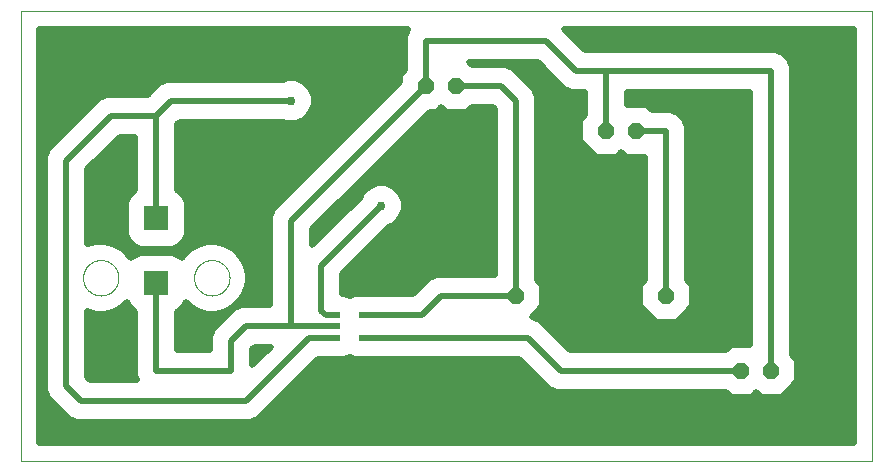
<source format=gtl>
G75*
%MOIN*%
%OFA0B0*%
%FSLAX25Y25*%
%IPPOS*%
%LPD*%
%AMOC8*
5,1,8,0,0,1.08239X$1,22.5*
%
%ADD10C,0.00000*%
%ADD11OC8,0.05200*%
%ADD12R,0.04331X0.02362*%
%ADD13R,0.08268X0.08268*%
%ADD14C,0.02000*%
%ADD15C,0.02978*%
D10*
X0001000Y0001000D02*
X0001000Y0150961D01*
X0284701Y0150961D01*
X0284701Y0001000D01*
X0001000Y0001000D01*
X0021590Y0061984D02*
X0021592Y0062137D01*
X0021598Y0062291D01*
X0021608Y0062444D01*
X0021622Y0062596D01*
X0021640Y0062749D01*
X0021662Y0062900D01*
X0021687Y0063051D01*
X0021717Y0063202D01*
X0021751Y0063352D01*
X0021788Y0063500D01*
X0021829Y0063648D01*
X0021874Y0063794D01*
X0021923Y0063940D01*
X0021976Y0064084D01*
X0022032Y0064226D01*
X0022092Y0064367D01*
X0022156Y0064507D01*
X0022223Y0064645D01*
X0022294Y0064781D01*
X0022369Y0064915D01*
X0022446Y0065047D01*
X0022528Y0065177D01*
X0022612Y0065305D01*
X0022700Y0065431D01*
X0022791Y0065554D01*
X0022885Y0065675D01*
X0022983Y0065793D01*
X0023083Y0065909D01*
X0023187Y0066022D01*
X0023293Y0066133D01*
X0023402Y0066241D01*
X0023514Y0066346D01*
X0023628Y0066447D01*
X0023746Y0066546D01*
X0023865Y0066642D01*
X0023987Y0066735D01*
X0024112Y0066824D01*
X0024239Y0066911D01*
X0024368Y0066993D01*
X0024499Y0067073D01*
X0024632Y0067149D01*
X0024767Y0067222D01*
X0024904Y0067291D01*
X0025043Y0067356D01*
X0025183Y0067418D01*
X0025325Y0067476D01*
X0025468Y0067531D01*
X0025613Y0067582D01*
X0025759Y0067629D01*
X0025906Y0067672D01*
X0026054Y0067711D01*
X0026203Y0067747D01*
X0026353Y0067778D01*
X0026504Y0067806D01*
X0026655Y0067830D01*
X0026808Y0067850D01*
X0026960Y0067866D01*
X0027113Y0067878D01*
X0027266Y0067886D01*
X0027419Y0067890D01*
X0027573Y0067890D01*
X0027726Y0067886D01*
X0027879Y0067878D01*
X0028032Y0067866D01*
X0028184Y0067850D01*
X0028337Y0067830D01*
X0028488Y0067806D01*
X0028639Y0067778D01*
X0028789Y0067747D01*
X0028938Y0067711D01*
X0029086Y0067672D01*
X0029233Y0067629D01*
X0029379Y0067582D01*
X0029524Y0067531D01*
X0029667Y0067476D01*
X0029809Y0067418D01*
X0029949Y0067356D01*
X0030088Y0067291D01*
X0030225Y0067222D01*
X0030360Y0067149D01*
X0030493Y0067073D01*
X0030624Y0066993D01*
X0030753Y0066911D01*
X0030880Y0066824D01*
X0031005Y0066735D01*
X0031127Y0066642D01*
X0031246Y0066546D01*
X0031364Y0066447D01*
X0031478Y0066346D01*
X0031590Y0066241D01*
X0031699Y0066133D01*
X0031805Y0066022D01*
X0031909Y0065909D01*
X0032009Y0065793D01*
X0032107Y0065675D01*
X0032201Y0065554D01*
X0032292Y0065431D01*
X0032380Y0065305D01*
X0032464Y0065177D01*
X0032546Y0065047D01*
X0032623Y0064915D01*
X0032698Y0064781D01*
X0032769Y0064645D01*
X0032836Y0064507D01*
X0032900Y0064367D01*
X0032960Y0064226D01*
X0033016Y0064084D01*
X0033069Y0063940D01*
X0033118Y0063794D01*
X0033163Y0063648D01*
X0033204Y0063500D01*
X0033241Y0063352D01*
X0033275Y0063202D01*
X0033305Y0063051D01*
X0033330Y0062900D01*
X0033352Y0062749D01*
X0033370Y0062596D01*
X0033384Y0062444D01*
X0033394Y0062291D01*
X0033400Y0062137D01*
X0033402Y0061984D01*
X0033400Y0061831D01*
X0033394Y0061677D01*
X0033384Y0061524D01*
X0033370Y0061372D01*
X0033352Y0061219D01*
X0033330Y0061068D01*
X0033305Y0060917D01*
X0033275Y0060766D01*
X0033241Y0060616D01*
X0033204Y0060468D01*
X0033163Y0060320D01*
X0033118Y0060174D01*
X0033069Y0060028D01*
X0033016Y0059884D01*
X0032960Y0059742D01*
X0032900Y0059601D01*
X0032836Y0059461D01*
X0032769Y0059323D01*
X0032698Y0059187D01*
X0032623Y0059053D01*
X0032546Y0058921D01*
X0032464Y0058791D01*
X0032380Y0058663D01*
X0032292Y0058537D01*
X0032201Y0058414D01*
X0032107Y0058293D01*
X0032009Y0058175D01*
X0031909Y0058059D01*
X0031805Y0057946D01*
X0031699Y0057835D01*
X0031590Y0057727D01*
X0031478Y0057622D01*
X0031364Y0057521D01*
X0031246Y0057422D01*
X0031127Y0057326D01*
X0031005Y0057233D01*
X0030880Y0057144D01*
X0030753Y0057057D01*
X0030624Y0056975D01*
X0030493Y0056895D01*
X0030360Y0056819D01*
X0030225Y0056746D01*
X0030088Y0056677D01*
X0029949Y0056612D01*
X0029809Y0056550D01*
X0029667Y0056492D01*
X0029524Y0056437D01*
X0029379Y0056386D01*
X0029233Y0056339D01*
X0029086Y0056296D01*
X0028938Y0056257D01*
X0028789Y0056221D01*
X0028639Y0056190D01*
X0028488Y0056162D01*
X0028337Y0056138D01*
X0028184Y0056118D01*
X0028032Y0056102D01*
X0027879Y0056090D01*
X0027726Y0056082D01*
X0027573Y0056078D01*
X0027419Y0056078D01*
X0027266Y0056082D01*
X0027113Y0056090D01*
X0026960Y0056102D01*
X0026808Y0056118D01*
X0026655Y0056138D01*
X0026504Y0056162D01*
X0026353Y0056190D01*
X0026203Y0056221D01*
X0026054Y0056257D01*
X0025906Y0056296D01*
X0025759Y0056339D01*
X0025613Y0056386D01*
X0025468Y0056437D01*
X0025325Y0056492D01*
X0025183Y0056550D01*
X0025043Y0056612D01*
X0024904Y0056677D01*
X0024767Y0056746D01*
X0024632Y0056819D01*
X0024499Y0056895D01*
X0024368Y0056975D01*
X0024239Y0057057D01*
X0024112Y0057144D01*
X0023987Y0057233D01*
X0023865Y0057326D01*
X0023746Y0057422D01*
X0023628Y0057521D01*
X0023514Y0057622D01*
X0023402Y0057727D01*
X0023293Y0057835D01*
X0023187Y0057946D01*
X0023083Y0058059D01*
X0022983Y0058175D01*
X0022885Y0058293D01*
X0022791Y0058414D01*
X0022700Y0058537D01*
X0022612Y0058663D01*
X0022528Y0058791D01*
X0022446Y0058921D01*
X0022369Y0059053D01*
X0022294Y0059187D01*
X0022223Y0059323D01*
X0022156Y0059461D01*
X0022092Y0059601D01*
X0022032Y0059742D01*
X0021976Y0059884D01*
X0021923Y0060028D01*
X0021874Y0060174D01*
X0021829Y0060320D01*
X0021788Y0060468D01*
X0021751Y0060616D01*
X0021717Y0060766D01*
X0021687Y0060917D01*
X0021662Y0061068D01*
X0021640Y0061219D01*
X0021622Y0061372D01*
X0021608Y0061524D01*
X0021598Y0061677D01*
X0021592Y0061831D01*
X0021590Y0061984D01*
X0058598Y0061984D02*
X0058600Y0062137D01*
X0058606Y0062291D01*
X0058616Y0062444D01*
X0058630Y0062596D01*
X0058648Y0062749D01*
X0058670Y0062900D01*
X0058695Y0063051D01*
X0058725Y0063202D01*
X0058759Y0063352D01*
X0058796Y0063500D01*
X0058837Y0063648D01*
X0058882Y0063794D01*
X0058931Y0063940D01*
X0058984Y0064084D01*
X0059040Y0064226D01*
X0059100Y0064367D01*
X0059164Y0064507D01*
X0059231Y0064645D01*
X0059302Y0064781D01*
X0059377Y0064915D01*
X0059454Y0065047D01*
X0059536Y0065177D01*
X0059620Y0065305D01*
X0059708Y0065431D01*
X0059799Y0065554D01*
X0059893Y0065675D01*
X0059991Y0065793D01*
X0060091Y0065909D01*
X0060195Y0066022D01*
X0060301Y0066133D01*
X0060410Y0066241D01*
X0060522Y0066346D01*
X0060636Y0066447D01*
X0060754Y0066546D01*
X0060873Y0066642D01*
X0060995Y0066735D01*
X0061120Y0066824D01*
X0061247Y0066911D01*
X0061376Y0066993D01*
X0061507Y0067073D01*
X0061640Y0067149D01*
X0061775Y0067222D01*
X0061912Y0067291D01*
X0062051Y0067356D01*
X0062191Y0067418D01*
X0062333Y0067476D01*
X0062476Y0067531D01*
X0062621Y0067582D01*
X0062767Y0067629D01*
X0062914Y0067672D01*
X0063062Y0067711D01*
X0063211Y0067747D01*
X0063361Y0067778D01*
X0063512Y0067806D01*
X0063663Y0067830D01*
X0063816Y0067850D01*
X0063968Y0067866D01*
X0064121Y0067878D01*
X0064274Y0067886D01*
X0064427Y0067890D01*
X0064581Y0067890D01*
X0064734Y0067886D01*
X0064887Y0067878D01*
X0065040Y0067866D01*
X0065192Y0067850D01*
X0065345Y0067830D01*
X0065496Y0067806D01*
X0065647Y0067778D01*
X0065797Y0067747D01*
X0065946Y0067711D01*
X0066094Y0067672D01*
X0066241Y0067629D01*
X0066387Y0067582D01*
X0066532Y0067531D01*
X0066675Y0067476D01*
X0066817Y0067418D01*
X0066957Y0067356D01*
X0067096Y0067291D01*
X0067233Y0067222D01*
X0067368Y0067149D01*
X0067501Y0067073D01*
X0067632Y0066993D01*
X0067761Y0066911D01*
X0067888Y0066824D01*
X0068013Y0066735D01*
X0068135Y0066642D01*
X0068254Y0066546D01*
X0068372Y0066447D01*
X0068486Y0066346D01*
X0068598Y0066241D01*
X0068707Y0066133D01*
X0068813Y0066022D01*
X0068917Y0065909D01*
X0069017Y0065793D01*
X0069115Y0065675D01*
X0069209Y0065554D01*
X0069300Y0065431D01*
X0069388Y0065305D01*
X0069472Y0065177D01*
X0069554Y0065047D01*
X0069631Y0064915D01*
X0069706Y0064781D01*
X0069777Y0064645D01*
X0069844Y0064507D01*
X0069908Y0064367D01*
X0069968Y0064226D01*
X0070024Y0064084D01*
X0070077Y0063940D01*
X0070126Y0063794D01*
X0070171Y0063648D01*
X0070212Y0063500D01*
X0070249Y0063352D01*
X0070283Y0063202D01*
X0070313Y0063051D01*
X0070338Y0062900D01*
X0070360Y0062749D01*
X0070378Y0062596D01*
X0070392Y0062444D01*
X0070402Y0062291D01*
X0070408Y0062137D01*
X0070410Y0061984D01*
X0070408Y0061831D01*
X0070402Y0061677D01*
X0070392Y0061524D01*
X0070378Y0061372D01*
X0070360Y0061219D01*
X0070338Y0061068D01*
X0070313Y0060917D01*
X0070283Y0060766D01*
X0070249Y0060616D01*
X0070212Y0060468D01*
X0070171Y0060320D01*
X0070126Y0060174D01*
X0070077Y0060028D01*
X0070024Y0059884D01*
X0069968Y0059742D01*
X0069908Y0059601D01*
X0069844Y0059461D01*
X0069777Y0059323D01*
X0069706Y0059187D01*
X0069631Y0059053D01*
X0069554Y0058921D01*
X0069472Y0058791D01*
X0069388Y0058663D01*
X0069300Y0058537D01*
X0069209Y0058414D01*
X0069115Y0058293D01*
X0069017Y0058175D01*
X0068917Y0058059D01*
X0068813Y0057946D01*
X0068707Y0057835D01*
X0068598Y0057727D01*
X0068486Y0057622D01*
X0068372Y0057521D01*
X0068254Y0057422D01*
X0068135Y0057326D01*
X0068013Y0057233D01*
X0067888Y0057144D01*
X0067761Y0057057D01*
X0067632Y0056975D01*
X0067501Y0056895D01*
X0067368Y0056819D01*
X0067233Y0056746D01*
X0067096Y0056677D01*
X0066957Y0056612D01*
X0066817Y0056550D01*
X0066675Y0056492D01*
X0066532Y0056437D01*
X0066387Y0056386D01*
X0066241Y0056339D01*
X0066094Y0056296D01*
X0065946Y0056257D01*
X0065797Y0056221D01*
X0065647Y0056190D01*
X0065496Y0056162D01*
X0065345Y0056138D01*
X0065192Y0056118D01*
X0065040Y0056102D01*
X0064887Y0056090D01*
X0064734Y0056082D01*
X0064581Y0056078D01*
X0064427Y0056078D01*
X0064274Y0056082D01*
X0064121Y0056090D01*
X0063968Y0056102D01*
X0063816Y0056118D01*
X0063663Y0056138D01*
X0063512Y0056162D01*
X0063361Y0056190D01*
X0063211Y0056221D01*
X0063062Y0056257D01*
X0062914Y0056296D01*
X0062767Y0056339D01*
X0062621Y0056386D01*
X0062476Y0056437D01*
X0062333Y0056492D01*
X0062191Y0056550D01*
X0062051Y0056612D01*
X0061912Y0056677D01*
X0061775Y0056746D01*
X0061640Y0056819D01*
X0061507Y0056895D01*
X0061376Y0056975D01*
X0061247Y0057057D01*
X0061120Y0057144D01*
X0060995Y0057233D01*
X0060873Y0057326D01*
X0060754Y0057422D01*
X0060636Y0057521D01*
X0060522Y0057622D01*
X0060410Y0057727D01*
X0060301Y0057835D01*
X0060195Y0057946D01*
X0060091Y0058059D01*
X0059991Y0058175D01*
X0059893Y0058293D01*
X0059799Y0058414D01*
X0059708Y0058537D01*
X0059620Y0058663D01*
X0059536Y0058791D01*
X0059454Y0058921D01*
X0059377Y0059053D01*
X0059302Y0059187D01*
X0059231Y0059323D01*
X0059164Y0059461D01*
X0059100Y0059601D01*
X0059040Y0059742D01*
X0058984Y0059884D01*
X0058931Y0060028D01*
X0058882Y0060174D01*
X0058837Y0060320D01*
X0058796Y0060468D01*
X0058759Y0060616D01*
X0058725Y0060766D01*
X0058695Y0060917D01*
X0058670Y0061068D01*
X0058648Y0061219D01*
X0058630Y0061372D01*
X0058616Y0061524D01*
X0058606Y0061677D01*
X0058600Y0061831D01*
X0058598Y0061984D01*
D11*
X0166000Y0056000D03*
X0216000Y0056000D03*
X0241000Y0031000D03*
X0251000Y0031000D03*
X0206000Y0111000D03*
X0196000Y0111000D03*
X0146000Y0126000D03*
X0136000Y0126000D03*
D12*
X0115724Y0049543D03*
X0105094Y0049543D03*
X0105094Y0045803D03*
X0105094Y0042063D03*
X0115724Y0042063D03*
D13*
X0046000Y0060173D03*
X0046000Y0081827D03*
D14*
X0046000Y0081000D01*
X0046000Y0081827D02*
X0046000Y0116000D01*
X0051000Y0121000D01*
X0091000Y0121000D01*
X0097927Y0123845D02*
X0123946Y0123845D01*
X0125944Y0125844D02*
X0096747Y0125844D01*
X0097349Y0125242D02*
X0095242Y0127349D01*
X0092490Y0128489D01*
X0089510Y0128489D01*
X0088330Y0128000D01*
X0049608Y0128000D01*
X0047035Y0126934D01*
X0045066Y0124965D01*
X0043101Y0123000D01*
X0029608Y0123000D01*
X0027035Y0121934D01*
X0025066Y0119965D01*
X0010066Y0104965D01*
X0009000Y0102392D01*
X0009000Y0024608D01*
X0010066Y0022035D01*
X0012035Y0020066D01*
X0017035Y0015066D01*
X0019608Y0014000D01*
X0077392Y0014000D01*
X0079965Y0015066D01*
X0099962Y0035063D01*
X0101298Y0035063D01*
X0101736Y0034882D01*
X0108453Y0034882D01*
X0110409Y0035692D01*
X0112366Y0034882D01*
X0119083Y0034882D01*
X0119520Y0035063D01*
X0167038Y0035063D01*
X0175066Y0027035D01*
X0177035Y0025066D01*
X0179608Y0024000D01*
X0235838Y0024000D01*
X0237438Y0022400D01*
X0244562Y0022400D01*
X0246000Y0023838D01*
X0247438Y0022400D01*
X0254562Y0022400D01*
X0259600Y0027438D01*
X0259600Y0034562D01*
X0258000Y0036162D01*
X0258000Y0132392D01*
X0256934Y0134965D01*
X0254965Y0136934D01*
X0252392Y0138000D01*
X0188899Y0138000D01*
X0181939Y0144961D01*
X0278701Y0144961D01*
X0278701Y0007000D01*
X0007000Y0007000D01*
X0007000Y0144961D01*
X0130064Y0144961D01*
X0129000Y0142392D01*
X0129000Y0131162D01*
X0127400Y0129562D01*
X0127400Y0127299D01*
X0085066Y0084965D01*
X0084000Y0082392D01*
X0084000Y0053000D01*
X0074608Y0053000D01*
X0072035Y0051934D01*
X0070066Y0049965D01*
X0065066Y0044965D01*
X0064000Y0042392D01*
X0064000Y0038000D01*
X0053000Y0038000D01*
X0053000Y0050732D01*
X0053533Y0050953D01*
X0055220Y0052641D01*
X0055745Y0053907D01*
X0057194Y0052457D01*
X0059909Y0050890D01*
X0062937Y0050079D01*
X0066071Y0050079D01*
X0069099Y0050890D01*
X0071814Y0052457D01*
X0074031Y0054674D01*
X0075598Y0057389D01*
X0076409Y0060417D01*
X0076409Y0063552D01*
X0075598Y0066580D01*
X0074031Y0069294D01*
X0071814Y0071511D01*
X0069099Y0073078D01*
X0066071Y0073890D01*
X0062937Y0073890D01*
X0059909Y0073078D01*
X0057194Y0071511D01*
X0054977Y0069294D01*
X0054485Y0068441D01*
X0053533Y0069394D01*
X0051327Y0070307D01*
X0040673Y0070307D01*
X0038467Y0069394D01*
X0037515Y0068441D01*
X0037023Y0069294D01*
X0034806Y0071511D01*
X0032091Y0073078D01*
X0029063Y0073890D01*
X0025929Y0073890D01*
X0023000Y0073105D01*
X0023000Y0098101D01*
X0033899Y0109000D01*
X0039000Y0109000D01*
X0039000Y0091268D01*
X0038467Y0091047D01*
X0036780Y0089359D01*
X0035866Y0087154D01*
X0035866Y0076499D01*
X0036780Y0074294D01*
X0038467Y0072606D01*
X0040673Y0071693D01*
X0051327Y0071693D01*
X0053533Y0072606D01*
X0055220Y0074294D01*
X0056134Y0076499D01*
X0056134Y0087154D01*
X0055220Y0089359D01*
X0053533Y0091047D01*
X0053000Y0091268D01*
X0053000Y0113101D01*
X0053899Y0114000D01*
X0088330Y0114000D01*
X0089510Y0113511D01*
X0092490Y0113511D01*
X0095242Y0114651D01*
X0097349Y0116758D01*
X0098489Y0119510D01*
X0098489Y0122490D01*
X0097349Y0125242D01*
X0098489Y0121847D02*
X0121947Y0121847D01*
X0119949Y0119848D02*
X0098489Y0119848D01*
X0097801Y0117850D02*
X0117950Y0117850D01*
X0115952Y0115851D02*
X0096442Y0115851D01*
X0093314Y0113853D02*
X0113953Y0113853D01*
X0111955Y0111854D02*
X0053000Y0111854D01*
X0053000Y0109856D02*
X0109956Y0109856D01*
X0107958Y0107857D02*
X0053000Y0107857D01*
X0053000Y0105859D02*
X0105959Y0105859D01*
X0103961Y0103860D02*
X0053000Y0103860D01*
X0053000Y0101862D02*
X0101962Y0101862D01*
X0099964Y0099863D02*
X0053000Y0099863D01*
X0053000Y0097865D02*
X0097965Y0097865D01*
X0095967Y0095866D02*
X0053000Y0095866D01*
X0053000Y0093868D02*
X0093968Y0093868D01*
X0091970Y0091869D02*
X0053000Y0091869D01*
X0054709Y0089870D02*
X0089971Y0089870D01*
X0087972Y0087872D02*
X0055837Y0087872D01*
X0056134Y0085873D02*
X0085974Y0085873D01*
X0084614Y0083875D02*
X0056134Y0083875D01*
X0056134Y0081876D02*
X0084000Y0081876D01*
X0084000Y0079878D02*
X0056134Y0079878D01*
X0056134Y0077879D02*
X0084000Y0077879D01*
X0084000Y0075881D02*
X0055878Y0075881D01*
X0054809Y0073882D02*
X0062909Y0073882D01*
X0066099Y0073882D02*
X0084000Y0073882D01*
X0084000Y0071884D02*
X0071168Y0071884D01*
X0073440Y0069885D02*
X0084000Y0069885D01*
X0084000Y0067887D02*
X0074843Y0067887D01*
X0075783Y0065888D02*
X0084000Y0065888D01*
X0084000Y0063890D02*
X0076319Y0063890D01*
X0076409Y0061891D02*
X0084000Y0061891D01*
X0084000Y0059893D02*
X0076269Y0059893D01*
X0075734Y0057894D02*
X0084000Y0057894D01*
X0084000Y0055896D02*
X0074736Y0055896D01*
X0073254Y0053897D02*
X0084000Y0053897D01*
X0071999Y0051899D02*
X0070846Y0051899D01*
X0070001Y0049900D02*
X0053000Y0049900D01*
X0053000Y0047902D02*
X0068002Y0047902D01*
X0066004Y0045903D02*
X0053000Y0045903D01*
X0053000Y0043905D02*
X0064626Y0043905D01*
X0064000Y0041906D02*
X0053000Y0041906D01*
X0053000Y0039908D02*
X0064000Y0039908D01*
X0071000Y0041000D02*
X0076000Y0046000D01*
X0091000Y0046000D01*
X0091000Y0081000D01*
X0136000Y0126000D01*
X0136000Y0141000D01*
X0176000Y0141000D01*
X0186000Y0131000D01*
X0196000Y0131000D01*
X0196000Y0111000D01*
X0187400Y0111854D02*
X0173000Y0111854D01*
X0173000Y0109856D02*
X0187400Y0109856D01*
X0187400Y0107857D02*
X0173000Y0107857D01*
X0173000Y0105859D02*
X0188979Y0105859D01*
X0187400Y0107438D02*
X0192438Y0102400D01*
X0199562Y0102400D01*
X0201000Y0103838D01*
X0202438Y0102400D01*
X0209000Y0102400D01*
X0209000Y0061162D01*
X0207400Y0059562D01*
X0207400Y0052438D01*
X0212438Y0047400D01*
X0219562Y0047400D01*
X0224600Y0052438D01*
X0224600Y0059562D01*
X0223000Y0061162D01*
X0223000Y0112392D01*
X0221934Y0114965D01*
X0219965Y0116934D01*
X0217392Y0118000D01*
X0211162Y0118000D01*
X0209562Y0119600D01*
X0203000Y0119600D01*
X0203000Y0124000D01*
X0244000Y0124000D01*
X0244000Y0039600D01*
X0237438Y0039600D01*
X0235838Y0038000D01*
X0183899Y0038000D01*
X0173902Y0047997D01*
X0171329Y0049063D01*
X0171225Y0049063D01*
X0174600Y0052438D01*
X0174600Y0059562D01*
X0173000Y0061162D01*
X0173000Y0122392D01*
X0171934Y0124965D01*
X0169965Y0126934D01*
X0164965Y0131934D01*
X0162392Y0133000D01*
X0151162Y0133000D01*
X0150162Y0134000D01*
X0173101Y0134000D01*
X0182035Y0125066D01*
X0184608Y0124000D01*
X0189000Y0124000D01*
X0189000Y0116162D01*
X0187400Y0114562D01*
X0187400Y0107438D01*
X0190978Y0103860D02*
X0173000Y0103860D01*
X0173000Y0101862D02*
X0209000Y0101862D01*
X0209000Y0099863D02*
X0173000Y0099863D01*
X0173000Y0097865D02*
X0209000Y0097865D01*
X0209000Y0095866D02*
X0173000Y0095866D01*
X0173000Y0093868D02*
X0209000Y0093868D01*
X0209000Y0091869D02*
X0173000Y0091869D01*
X0173000Y0089870D02*
X0209000Y0089870D01*
X0209000Y0087872D02*
X0173000Y0087872D01*
X0173000Y0085873D02*
X0209000Y0085873D01*
X0209000Y0083875D02*
X0173000Y0083875D01*
X0173000Y0081876D02*
X0209000Y0081876D01*
X0209000Y0079878D02*
X0173000Y0079878D01*
X0173000Y0077879D02*
X0209000Y0077879D01*
X0209000Y0075881D02*
X0173000Y0075881D01*
X0173000Y0073882D02*
X0209000Y0073882D01*
X0209000Y0071884D02*
X0173000Y0071884D01*
X0173000Y0069885D02*
X0209000Y0069885D01*
X0209000Y0067887D02*
X0173000Y0067887D01*
X0173000Y0065888D02*
X0209000Y0065888D01*
X0209000Y0063890D02*
X0173000Y0063890D01*
X0173000Y0061891D02*
X0209000Y0061891D01*
X0207731Y0059893D02*
X0174269Y0059893D01*
X0174600Y0057894D02*
X0207400Y0057894D01*
X0207400Y0055896D02*
X0174600Y0055896D01*
X0174600Y0053897D02*
X0207400Y0053897D01*
X0207939Y0051899D02*
X0174061Y0051899D01*
X0172062Y0049900D02*
X0209937Y0049900D01*
X0211936Y0047902D02*
X0173998Y0047902D01*
X0175996Y0045903D02*
X0244000Y0045903D01*
X0244000Y0047902D02*
X0220064Y0047902D01*
X0222062Y0049900D02*
X0244000Y0049900D01*
X0244000Y0051899D02*
X0224061Y0051899D01*
X0224600Y0053897D02*
X0244000Y0053897D01*
X0244000Y0055896D02*
X0224600Y0055896D01*
X0224600Y0057894D02*
X0244000Y0057894D01*
X0244000Y0059893D02*
X0224269Y0059893D01*
X0223000Y0061891D02*
X0244000Y0061891D01*
X0244000Y0063890D02*
X0223000Y0063890D01*
X0223000Y0065888D02*
X0244000Y0065888D01*
X0244000Y0067887D02*
X0223000Y0067887D01*
X0223000Y0069885D02*
X0244000Y0069885D01*
X0244000Y0071884D02*
X0223000Y0071884D01*
X0223000Y0073882D02*
X0244000Y0073882D01*
X0244000Y0075881D02*
X0223000Y0075881D01*
X0223000Y0077879D02*
X0244000Y0077879D01*
X0244000Y0079878D02*
X0223000Y0079878D01*
X0223000Y0081876D02*
X0244000Y0081876D01*
X0244000Y0083875D02*
X0223000Y0083875D01*
X0223000Y0085873D02*
X0244000Y0085873D01*
X0244000Y0087872D02*
X0223000Y0087872D01*
X0223000Y0089870D02*
X0244000Y0089870D01*
X0244000Y0091869D02*
X0223000Y0091869D01*
X0223000Y0093868D02*
X0244000Y0093868D01*
X0244000Y0095866D02*
X0223000Y0095866D01*
X0223000Y0097865D02*
X0244000Y0097865D01*
X0244000Y0099863D02*
X0223000Y0099863D01*
X0223000Y0101862D02*
X0244000Y0101862D01*
X0244000Y0103860D02*
X0223000Y0103860D01*
X0223000Y0105859D02*
X0244000Y0105859D01*
X0244000Y0107857D02*
X0223000Y0107857D01*
X0223000Y0109856D02*
X0244000Y0109856D01*
X0244000Y0111854D02*
X0223000Y0111854D01*
X0222395Y0113853D02*
X0244000Y0113853D01*
X0244000Y0115851D02*
X0221048Y0115851D01*
X0217755Y0117850D02*
X0244000Y0117850D01*
X0244000Y0119848D02*
X0203000Y0119848D01*
X0203000Y0121847D02*
X0244000Y0121847D01*
X0244000Y0123845D02*
X0203000Y0123845D01*
X0196000Y0131000D02*
X0251000Y0131000D01*
X0251000Y0031000D01*
X0259600Y0031914D02*
X0278701Y0031914D01*
X0278701Y0033912D02*
X0259600Y0033912D01*
X0258252Y0035911D02*
X0278701Y0035911D01*
X0278701Y0037909D02*
X0258000Y0037909D01*
X0258000Y0039908D02*
X0278701Y0039908D01*
X0278701Y0041906D02*
X0258000Y0041906D01*
X0258000Y0043905D02*
X0278701Y0043905D01*
X0278701Y0045903D02*
X0258000Y0045903D01*
X0258000Y0047902D02*
X0278701Y0047902D01*
X0278701Y0049900D02*
X0258000Y0049900D01*
X0258000Y0051899D02*
X0278701Y0051899D01*
X0278701Y0053897D02*
X0258000Y0053897D01*
X0258000Y0055896D02*
X0278701Y0055896D01*
X0278701Y0057894D02*
X0258000Y0057894D01*
X0258000Y0059893D02*
X0278701Y0059893D01*
X0278701Y0061891D02*
X0258000Y0061891D01*
X0258000Y0063890D02*
X0278701Y0063890D01*
X0278701Y0065888D02*
X0258000Y0065888D01*
X0258000Y0067887D02*
X0278701Y0067887D01*
X0278701Y0069885D02*
X0258000Y0069885D01*
X0258000Y0071884D02*
X0278701Y0071884D01*
X0278701Y0073882D02*
X0258000Y0073882D01*
X0258000Y0075881D02*
X0278701Y0075881D01*
X0278701Y0077879D02*
X0258000Y0077879D01*
X0258000Y0079878D02*
X0278701Y0079878D01*
X0278701Y0081876D02*
X0258000Y0081876D01*
X0258000Y0083875D02*
X0278701Y0083875D01*
X0278701Y0085873D02*
X0258000Y0085873D01*
X0258000Y0087872D02*
X0278701Y0087872D01*
X0278701Y0089870D02*
X0258000Y0089870D01*
X0258000Y0091869D02*
X0278701Y0091869D01*
X0278701Y0093868D02*
X0258000Y0093868D01*
X0258000Y0095866D02*
X0278701Y0095866D01*
X0278701Y0097865D02*
X0258000Y0097865D01*
X0258000Y0099863D02*
X0278701Y0099863D01*
X0278701Y0101862D02*
X0258000Y0101862D01*
X0258000Y0103860D02*
X0278701Y0103860D01*
X0278701Y0105859D02*
X0258000Y0105859D01*
X0258000Y0107857D02*
X0278701Y0107857D01*
X0278701Y0109856D02*
X0258000Y0109856D01*
X0258000Y0111854D02*
X0278701Y0111854D01*
X0278701Y0113853D02*
X0258000Y0113853D01*
X0258000Y0115851D02*
X0278701Y0115851D01*
X0278701Y0117850D02*
X0258000Y0117850D01*
X0258000Y0119848D02*
X0278701Y0119848D01*
X0278701Y0121847D02*
X0258000Y0121847D01*
X0258000Y0123845D02*
X0278701Y0123845D01*
X0278701Y0125844D02*
X0258000Y0125844D01*
X0258000Y0127842D02*
X0278701Y0127842D01*
X0278701Y0129841D02*
X0258000Y0129841D01*
X0258000Y0131839D02*
X0278701Y0131839D01*
X0278701Y0133838D02*
X0257401Y0133838D01*
X0256063Y0135836D02*
X0278701Y0135836D01*
X0278701Y0137835D02*
X0252791Y0137835D01*
X0278701Y0139833D02*
X0187066Y0139833D01*
X0185068Y0141832D02*
X0278701Y0141832D01*
X0278701Y0143830D02*
X0183069Y0143830D01*
X0173263Y0133838D02*
X0150324Y0133838D01*
X0165060Y0131839D02*
X0175261Y0131839D01*
X0177260Y0129841D02*
X0167059Y0129841D01*
X0169057Y0127842D02*
X0179258Y0127842D01*
X0181257Y0125844D02*
X0171056Y0125844D01*
X0172398Y0123845D02*
X0189000Y0123845D01*
X0189000Y0121847D02*
X0173000Y0121847D01*
X0173000Y0119848D02*
X0189000Y0119848D01*
X0189000Y0117850D02*
X0173000Y0117850D01*
X0173000Y0115851D02*
X0188689Y0115851D01*
X0187400Y0113853D02*
X0173000Y0113853D01*
X0166000Y0121000D02*
X0166000Y0056000D01*
X0141000Y0056000D01*
X0134543Y0049543D01*
X0115724Y0049543D01*
X0112366Y0056724D02*
X0110409Y0055914D01*
X0108453Y0056724D01*
X0108000Y0056724D01*
X0108000Y0063101D01*
X0124062Y0079162D01*
X0125242Y0079651D01*
X0127349Y0081758D01*
X0128489Y0084510D01*
X0128489Y0087490D01*
X0127349Y0090242D01*
X0125242Y0092349D01*
X0122490Y0093489D01*
X0119510Y0093489D01*
X0116758Y0092349D01*
X0114651Y0090242D01*
X0114162Y0089062D01*
X0098000Y0072899D01*
X0098000Y0078101D01*
X0137299Y0117400D01*
X0139562Y0117400D01*
X0141000Y0118838D01*
X0142438Y0117400D01*
X0149562Y0117400D01*
X0151162Y0119000D01*
X0158101Y0119000D01*
X0159000Y0118101D01*
X0159000Y0063000D01*
X0139608Y0063000D01*
X0137035Y0061934D01*
X0135066Y0059965D01*
X0131644Y0056543D01*
X0119520Y0056543D01*
X0119083Y0056724D01*
X0112366Y0056724D01*
X0108000Y0057894D02*
X0132995Y0057894D01*
X0134993Y0059893D02*
X0108000Y0059893D01*
X0108000Y0061891D02*
X0136992Y0061891D01*
X0116783Y0071884D02*
X0159000Y0071884D01*
X0159000Y0073882D02*
X0118782Y0073882D01*
X0120780Y0075881D02*
X0159000Y0075881D01*
X0159000Y0077879D02*
X0122779Y0077879D01*
X0125469Y0079878D02*
X0159000Y0079878D01*
X0159000Y0081876D02*
X0127398Y0081876D01*
X0128226Y0083875D02*
X0159000Y0083875D01*
X0159000Y0085873D02*
X0128489Y0085873D01*
X0128331Y0087872D02*
X0159000Y0087872D01*
X0159000Y0089870D02*
X0127503Y0089870D01*
X0125722Y0091869D02*
X0159000Y0091869D01*
X0159000Y0093868D02*
X0113767Y0093868D01*
X0111768Y0091869D02*
X0116278Y0091869D01*
X0114497Y0089870D02*
X0109770Y0089870D01*
X0107771Y0087872D02*
X0112973Y0087872D01*
X0110974Y0085873D02*
X0105773Y0085873D01*
X0103774Y0083875D02*
X0108975Y0083875D01*
X0106977Y0081876D02*
X0101776Y0081876D01*
X0099777Y0079878D02*
X0104978Y0079878D01*
X0102980Y0077879D02*
X0098000Y0077879D01*
X0098000Y0075881D02*
X0100981Y0075881D01*
X0098983Y0073882D02*
X0098000Y0073882D01*
X0101000Y0066000D02*
X0121000Y0086000D01*
X0115766Y0095866D02*
X0159000Y0095866D01*
X0159000Y0097865D02*
X0117764Y0097865D01*
X0119763Y0099863D02*
X0159000Y0099863D01*
X0159000Y0101862D02*
X0121761Y0101862D01*
X0123760Y0103860D02*
X0159000Y0103860D01*
X0159000Y0105859D02*
X0125758Y0105859D01*
X0127757Y0107857D02*
X0159000Y0107857D01*
X0159000Y0109856D02*
X0129755Y0109856D01*
X0131754Y0111854D02*
X0159000Y0111854D01*
X0159000Y0113853D02*
X0133752Y0113853D01*
X0135751Y0115851D02*
X0159000Y0115851D01*
X0159000Y0117850D02*
X0150012Y0117850D01*
X0141988Y0117850D02*
X0140012Y0117850D01*
X0146000Y0126000D02*
X0161000Y0126000D01*
X0166000Y0121000D01*
X0129000Y0131839D02*
X0007000Y0131839D01*
X0007000Y0129841D02*
X0127678Y0129841D01*
X0127400Y0127842D02*
X0094051Y0127842D01*
X0088686Y0113853D02*
X0053752Y0113853D01*
X0046000Y0116000D02*
X0031000Y0116000D01*
X0016000Y0101000D01*
X0016000Y0026000D01*
X0021000Y0021000D01*
X0076000Y0021000D01*
X0097063Y0042063D01*
X0105094Y0042063D01*
X0105094Y0045803D02*
X0104898Y0046000D01*
X0091000Y0046000D01*
X0101000Y0051000D02*
X0102457Y0049543D01*
X0105094Y0049543D01*
X0101000Y0051000D02*
X0101000Y0066000D01*
X0108789Y0063890D02*
X0159000Y0063890D01*
X0159000Y0065888D02*
X0110788Y0065888D01*
X0112786Y0067887D02*
X0159000Y0067887D01*
X0159000Y0069885D02*
X0114785Y0069885D01*
X0115724Y0042063D02*
X0169937Y0042063D01*
X0181000Y0031000D01*
X0241000Y0031000D01*
X0235918Y0023920D02*
X0088819Y0023920D01*
X0086821Y0021921D02*
X0278701Y0021921D01*
X0278701Y0019923D02*
X0084822Y0019923D01*
X0082824Y0017924D02*
X0278701Y0017924D01*
X0278701Y0015926D02*
X0080825Y0015926D01*
X0090818Y0025918D02*
X0176182Y0025918D01*
X0174184Y0027917D02*
X0092816Y0027917D01*
X0094815Y0029915D02*
X0172185Y0029915D01*
X0170187Y0031914D02*
X0096813Y0031914D01*
X0098812Y0033912D02*
X0168188Y0033912D01*
X0179993Y0041906D02*
X0244000Y0041906D01*
X0244000Y0039908D02*
X0181992Y0039908D01*
X0177995Y0043905D02*
X0244000Y0043905D01*
X0259600Y0029915D02*
X0278701Y0029915D01*
X0278701Y0027917D02*
X0259600Y0027917D01*
X0258080Y0025918D02*
X0278701Y0025918D01*
X0278701Y0023920D02*
X0256082Y0023920D01*
X0278701Y0013927D02*
X0007000Y0013927D01*
X0007000Y0015926D02*
X0016175Y0015926D01*
X0014176Y0017924D02*
X0007000Y0017924D01*
X0007000Y0019923D02*
X0012178Y0019923D01*
X0012035Y0020066D02*
X0012035Y0020066D01*
X0010179Y0021921D02*
X0007000Y0021921D01*
X0007000Y0023920D02*
X0009285Y0023920D01*
X0009000Y0025918D02*
X0007000Y0025918D01*
X0007000Y0027917D02*
X0009000Y0027917D01*
X0009000Y0029915D02*
X0007000Y0029915D01*
X0007000Y0031914D02*
X0009000Y0031914D01*
X0009000Y0033912D02*
X0007000Y0033912D01*
X0007000Y0035911D02*
X0009000Y0035911D01*
X0009000Y0037909D02*
X0007000Y0037909D01*
X0007000Y0039908D02*
X0009000Y0039908D01*
X0009000Y0041906D02*
X0007000Y0041906D01*
X0007000Y0043905D02*
X0009000Y0043905D01*
X0009000Y0045903D02*
X0007000Y0045903D01*
X0007000Y0047902D02*
X0009000Y0047902D01*
X0009000Y0049900D02*
X0007000Y0049900D01*
X0007000Y0051899D02*
X0009000Y0051899D01*
X0009000Y0053897D02*
X0007000Y0053897D01*
X0007000Y0055896D02*
X0009000Y0055896D01*
X0009000Y0057894D02*
X0007000Y0057894D01*
X0007000Y0059893D02*
X0009000Y0059893D01*
X0009000Y0061891D02*
X0007000Y0061891D01*
X0007000Y0063890D02*
X0009000Y0063890D01*
X0009000Y0065888D02*
X0007000Y0065888D01*
X0007000Y0067887D02*
X0009000Y0067887D01*
X0009000Y0069885D02*
X0007000Y0069885D01*
X0007000Y0071884D02*
X0009000Y0071884D01*
X0009000Y0073882D02*
X0007000Y0073882D01*
X0007000Y0075881D02*
X0009000Y0075881D01*
X0009000Y0077879D02*
X0007000Y0077879D01*
X0007000Y0079878D02*
X0009000Y0079878D01*
X0009000Y0081876D02*
X0007000Y0081876D01*
X0007000Y0083875D02*
X0009000Y0083875D01*
X0009000Y0085873D02*
X0007000Y0085873D01*
X0007000Y0087872D02*
X0009000Y0087872D01*
X0009000Y0089870D02*
X0007000Y0089870D01*
X0007000Y0091869D02*
X0009000Y0091869D01*
X0009000Y0093868D02*
X0007000Y0093868D01*
X0007000Y0095866D02*
X0009000Y0095866D01*
X0009000Y0097865D02*
X0007000Y0097865D01*
X0007000Y0099863D02*
X0009000Y0099863D01*
X0009000Y0101862D02*
X0007000Y0101862D01*
X0007000Y0103860D02*
X0009608Y0103860D01*
X0010959Y0105859D02*
X0007000Y0105859D01*
X0007000Y0107857D02*
X0012958Y0107857D01*
X0014956Y0109856D02*
X0007000Y0109856D01*
X0007000Y0111854D02*
X0016955Y0111854D01*
X0018953Y0113853D02*
X0007000Y0113853D01*
X0007000Y0115851D02*
X0020952Y0115851D01*
X0022950Y0117850D02*
X0007000Y0117850D01*
X0007000Y0119848D02*
X0024949Y0119848D01*
X0026947Y0121847D02*
X0007000Y0121847D01*
X0007000Y0123845D02*
X0043946Y0123845D01*
X0045944Y0125844D02*
X0007000Y0125844D01*
X0007000Y0127842D02*
X0049227Y0127842D01*
X0039000Y0107857D02*
X0032757Y0107857D01*
X0030758Y0105859D02*
X0039000Y0105859D01*
X0039000Y0103860D02*
X0028760Y0103860D01*
X0026761Y0101862D02*
X0039000Y0101862D01*
X0039000Y0099863D02*
X0024763Y0099863D01*
X0023000Y0097865D02*
X0039000Y0097865D01*
X0039000Y0095866D02*
X0023000Y0095866D01*
X0023000Y0093868D02*
X0039000Y0093868D01*
X0039000Y0091869D02*
X0023000Y0091869D01*
X0023000Y0089870D02*
X0037291Y0089870D01*
X0036163Y0087872D02*
X0023000Y0087872D01*
X0023000Y0085873D02*
X0035866Y0085873D01*
X0035866Y0083875D02*
X0023000Y0083875D01*
X0023000Y0081876D02*
X0035866Y0081876D01*
X0035866Y0079878D02*
X0023000Y0079878D01*
X0023000Y0077879D02*
X0035866Y0077879D01*
X0036122Y0075881D02*
X0023000Y0075881D01*
X0023000Y0073882D02*
X0025901Y0073882D01*
X0029091Y0073882D02*
X0037191Y0073882D01*
X0040212Y0071884D02*
X0034160Y0071884D01*
X0036432Y0069885D02*
X0039655Y0069885D01*
X0051788Y0071884D02*
X0057840Y0071884D01*
X0055568Y0069885D02*
X0052345Y0069885D01*
X0046000Y0060173D02*
X0046000Y0031000D01*
X0071000Y0031000D01*
X0071000Y0041000D01*
X0078000Y0038101D02*
X0078000Y0032899D01*
X0084101Y0039000D01*
X0078899Y0039000D01*
X0078000Y0038101D01*
X0078000Y0037909D02*
X0083010Y0037909D01*
X0081011Y0035911D02*
X0078000Y0035911D01*
X0078000Y0033912D02*
X0079013Y0033912D01*
X0058161Y0051899D02*
X0054479Y0051899D01*
X0055741Y0053897D02*
X0055754Y0053897D01*
X0039000Y0050732D02*
X0039000Y0029608D01*
X0039666Y0028000D01*
X0023899Y0028000D01*
X0023000Y0028899D01*
X0023000Y0050863D01*
X0025929Y0050079D01*
X0029063Y0050079D01*
X0032091Y0050890D01*
X0034806Y0052457D01*
X0036255Y0053907D01*
X0036780Y0052641D01*
X0038467Y0050953D01*
X0039000Y0050732D01*
X0039000Y0049900D02*
X0023000Y0049900D01*
X0023000Y0047902D02*
X0039000Y0047902D01*
X0039000Y0045903D02*
X0023000Y0045903D01*
X0023000Y0043905D02*
X0039000Y0043905D01*
X0039000Y0041906D02*
X0023000Y0041906D01*
X0023000Y0039908D02*
X0039000Y0039908D01*
X0039000Y0037909D02*
X0023000Y0037909D01*
X0023000Y0035911D02*
X0039000Y0035911D01*
X0039000Y0033912D02*
X0023000Y0033912D01*
X0023000Y0031914D02*
X0039000Y0031914D01*
X0039000Y0029915D02*
X0023000Y0029915D01*
X0007000Y0011929D02*
X0278701Y0011929D01*
X0278701Y0009930D02*
X0007000Y0009930D01*
X0007000Y0007932D02*
X0278701Y0007932D01*
X0216000Y0056000D02*
X0216000Y0111000D01*
X0206000Y0111000D01*
X0129000Y0133838D02*
X0007000Y0133838D01*
X0007000Y0135836D02*
X0129000Y0135836D01*
X0129000Y0137835D02*
X0007000Y0137835D01*
X0007000Y0139833D02*
X0129000Y0139833D01*
X0129000Y0141832D02*
X0007000Y0141832D01*
X0007000Y0143830D02*
X0129596Y0143830D01*
X0036259Y0053897D02*
X0036246Y0053897D01*
X0037521Y0051899D02*
X0033839Y0051899D01*
D15*
X0121000Y0086000D03*
X0091000Y0121000D03*
M02*

</source>
